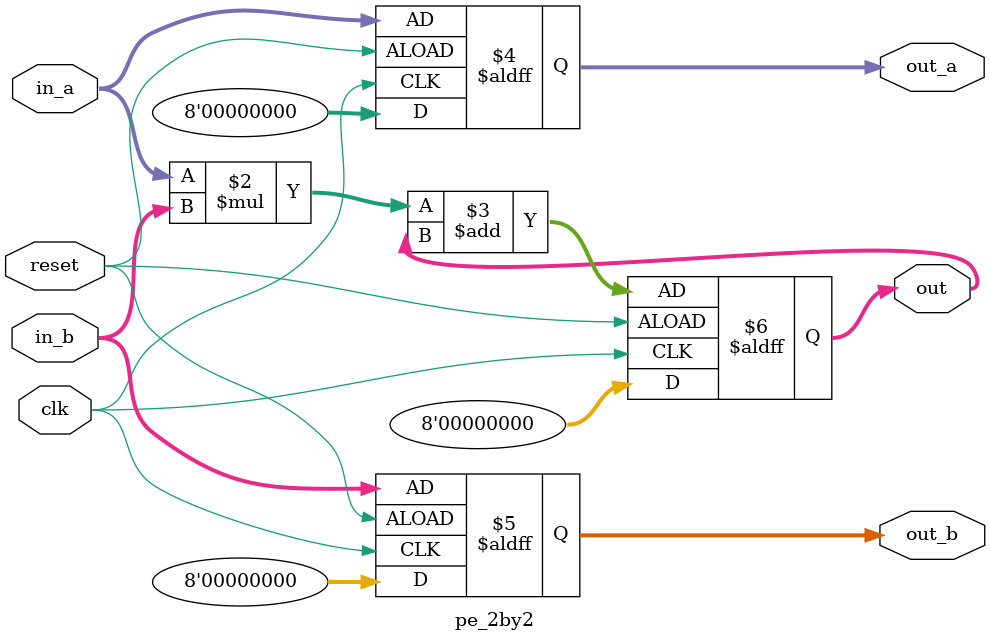
<source format=v>
module pe_2by2 (clk, reset, in_a, in_b, out_a, out_b, out);

input wire clk, reset;
input wire [7:0] in_a, in_b;
output reg [7:0] out_a, out_b, out;

reg [7:0] mul;
 
always @(posedge clk or negedge reset)
    if(reset)
      begin
        out_a = 0;
        out_b = 0;
        out = 0;
      end
    else
      begin
          mul = in_a * in_b ;
          out_a = in_a ;
          out_b = in_b ;
          out = mul + out ;
      end
 
endmodule
</source>
